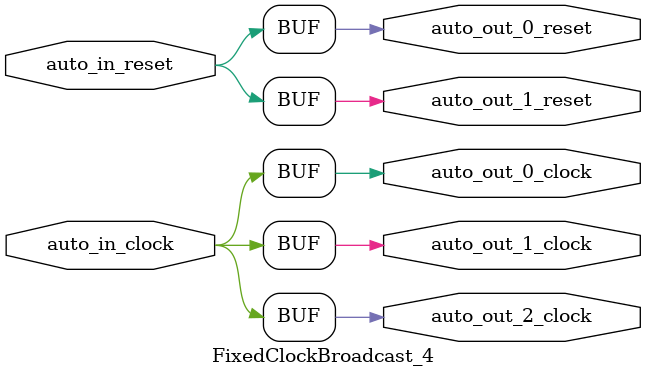
<source format=sv>
`ifndef RANDOMIZE
  `ifdef RANDOMIZE_MEM_INIT
    `define RANDOMIZE
  `endif // RANDOMIZE_MEM_INIT
`endif // not def RANDOMIZE
`ifndef RANDOMIZE
  `ifdef RANDOMIZE_REG_INIT
    `define RANDOMIZE
  `endif // RANDOMIZE_REG_INIT
`endif // not def RANDOMIZE

`ifndef RANDOM
  `define RANDOM $random
`endif // not def RANDOM

// Users can define INIT_RANDOM as general code that gets injected into the
// initializer block for modules with registers.
`ifndef INIT_RANDOM
  `define INIT_RANDOM
`endif // not def INIT_RANDOM

// If using random initialization, you can also define RANDOMIZE_DELAY to
// customize the delay used, otherwise 0.002 is used.
`ifndef RANDOMIZE_DELAY
  `define RANDOMIZE_DELAY 0.002
`endif // not def RANDOMIZE_DELAY

// Define INIT_RANDOM_PROLOG_ for use in our modules below.
`ifndef INIT_RANDOM_PROLOG_
  `ifdef RANDOMIZE
    `ifdef VERILATOR
      `define INIT_RANDOM_PROLOG_ `INIT_RANDOM
    `else  // VERILATOR
      `define INIT_RANDOM_PROLOG_ `INIT_RANDOM #`RANDOMIZE_DELAY begin end
    `endif // VERILATOR
  `else  // RANDOMIZE
    `define INIT_RANDOM_PROLOG_
  `endif // RANDOMIZE
`endif // not def INIT_RANDOM_PROLOG_

// Include register initializers in init blocks unless synthesis is set
`ifndef SYNTHESIS
  `ifndef ENABLE_INITIAL_REG_
    `define ENABLE_INITIAL_REG_
  `endif // not def ENABLE_INITIAL_REG_
`endif // not def SYNTHESIS

// Include rmemory initializers in init blocks unless synthesis is set
`ifndef SYNTHESIS
  `ifndef ENABLE_INITIAL_MEM_
    `define ENABLE_INITIAL_MEM_
  `endif // not def ENABLE_INITIAL_MEM_
`endif // not def SYNTHESIS

// Standard header to adapt well known macros for prints and assertions.

// Users can define 'PRINTF_COND' to add an extra gate to prints.
`ifndef PRINTF_COND_
  `ifdef PRINTF_COND
    `define PRINTF_COND_ (`PRINTF_COND)
  `else  // PRINTF_COND
    `define PRINTF_COND_ 1
  `endif // PRINTF_COND
`endif // not def PRINTF_COND_

// Users can define 'ASSERT_VERBOSE_COND' to add an extra gate to assert error printing.
`ifndef ASSERT_VERBOSE_COND_
  `ifdef ASSERT_VERBOSE_COND
    `define ASSERT_VERBOSE_COND_ (`ASSERT_VERBOSE_COND)
  `else  // ASSERT_VERBOSE_COND
    `define ASSERT_VERBOSE_COND_ 1
  `endif // ASSERT_VERBOSE_COND
`endif // not def ASSERT_VERBOSE_COND_

// Users can define 'STOP_COND' to add an extra gate to stop conditions.
`ifndef STOP_COND_
  `ifdef STOP_COND
    `define STOP_COND_ (`STOP_COND)
  `else  // STOP_COND
    `define STOP_COND_ 1
  `endif // STOP_COND
`endif // not def STOP_COND_

module FixedClockBroadcast_4(
  input  auto_in_clock,	// @[generators/rocket-chip/src/main/scala/diplomacy/LazyModule.scala:367:18]
         auto_in_reset,	// @[generators/rocket-chip/src/main/scala/diplomacy/LazyModule.scala:367:18]
  output auto_out_2_clock,	// @[generators/rocket-chip/src/main/scala/diplomacy/LazyModule.scala:367:18]
         auto_out_1_clock,	// @[generators/rocket-chip/src/main/scala/diplomacy/LazyModule.scala:367:18]
         auto_out_1_reset,	// @[generators/rocket-chip/src/main/scala/diplomacy/LazyModule.scala:367:18]
         auto_out_0_clock,	// @[generators/rocket-chip/src/main/scala/diplomacy/LazyModule.scala:367:18]
         auto_out_0_reset	// @[generators/rocket-chip/src/main/scala/diplomacy/LazyModule.scala:367:18]
);

  assign auto_out_2_clock = auto_in_clock;
  assign auto_out_1_clock = auto_in_clock;
  assign auto_out_1_reset = auto_in_reset;
  assign auto_out_0_clock = auto_in_clock;
  assign auto_out_0_reset = auto_in_reset;
endmodule


</source>
